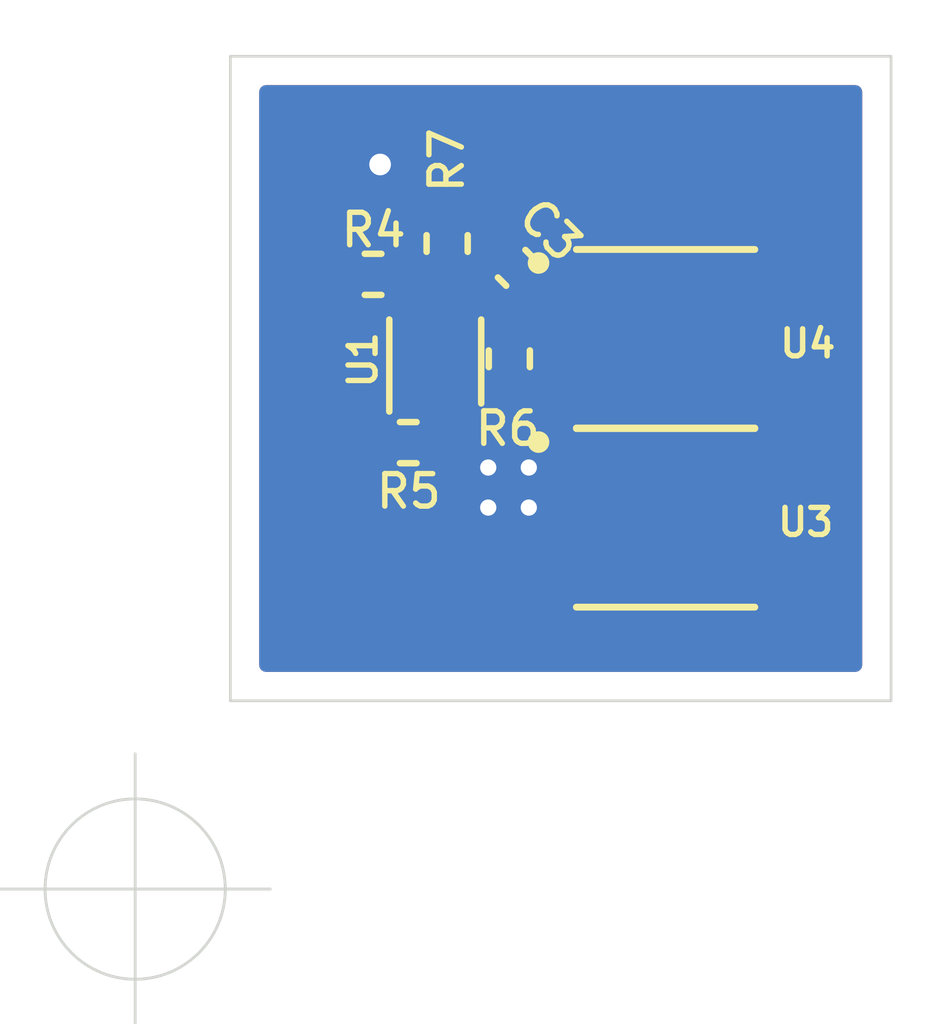
<source format=kicad_pcb>
(kicad_pcb (version 20171130) (host pcbnew "(5.1.8)-1")

  (general
    (thickness 1.6)
    (drawings 6)
    (tracks 43)
    (zones 0)
    (modules 8)
    (nets 8)
  )

  (page A4)
  (layers
    (0 F.Cu signal)
    (31 B.Cu signal)
    (32 B.Adhes user)
    (33 F.Adhes user)
    (34 B.Paste user)
    (35 F.Paste user)
    (36 B.SilkS user)
    (37 F.SilkS user)
    (38 B.Mask user)
    (39 F.Mask user)
    (40 Dwgs.User user hide)
    (41 Cmts.User user hide)
    (42 Eco1.User user hide)
    (43 Eco2.User user hide)
    (44 Edge.Cuts user)
    (45 Margin user hide)
    (46 B.CrtYd user hide)
    (47 F.CrtYd user hide)
    (48 B.Fab user hide)
    (49 F.Fab user hide)
  )

  (setup
    (last_trace_width 0.25)
    (user_trace_width 0.5)
    (user_trace_width 0.7)
    (trace_clearance 0.1)
    (zone_clearance 0.508)
    (zone_45_only no)
    (trace_min 0.2)
    (via_size 0.8)
    (via_drill 0.4)
    (via_min_size 0.4)
    (via_min_drill 0.3)
    (uvia_size 0.3)
    (uvia_drill 0.1)
    (uvias_allowed no)
    (uvia_min_size 0.2)
    (uvia_min_drill 0.1)
    (edge_width 0.05)
    (segment_width 0.2)
    (pcb_text_width 0.3)
    (pcb_text_size 1.5 1.5)
    (mod_edge_width 0.12)
    (mod_text_size 1 1)
    (mod_text_width 0.15)
    (pad_size 1.524 1.524)
    (pad_drill 0.762)
    (pad_to_mask_clearance 0)
    (aux_axis_origin 118.22 87.41)
    (grid_origin 118.22 87.41)
    (visible_elements 7FFFFFFF)
    (pcbplotparams
      (layerselection 0x010fc_ffffffff)
      (usegerberextensions false)
      (usegerberattributes true)
      (usegerberadvancedattributes true)
      (creategerberjobfile true)
      (excludeedgelayer true)
      (linewidth 0.100000)
      (plotframeref false)
      (viasonmask false)
      (mode 1)
      (useauxorigin false)
      (hpglpennumber 1)
      (hpglpenspeed 20)
      (hpglpendiameter 15.000000)
      (psnegative false)
      (psa4output false)
      (plotreference true)
      (plotvalue true)
      (plotinvisibletext false)
      (padsonsilk false)
      (subtractmaskfromsilk false)
      (outputformat 1)
      (mirror false)
      (drillshape 0)
      (scaleselection 1)
      (outputdirectory "Output/"))
  )

  (net 0 "")
  (net 1 BAT-)
  (net 2 "Net-(C3-Pad1)")
  (net 3 "Net-(R4-Pad1)")
  (net 4 "Net-(R5-Pad1)")
  (net 5 "Net-(R6-Pad1)")
  (net 6 "Net-(U3-Pad5)")
  (net 7 VDD)

  (net_class Default "This is the default net class."
    (clearance 0.1)
    (trace_width 0.25)
    (via_dia 0.8)
    (via_drill 0.4)
    (uvia_dia 0.3)
    (uvia_drill 0.1)
    (add_net BAT-)
    (add_net "Net-(C3-Pad1)")
    (add_net "Net-(R4-Pad1)")
    (add_net "Net-(R5-Pad1)")
    (add_net "Net-(R6-Pad1)")
    (add_net "Net-(U3-Pad5)")
    (add_net VDD)
  )

  (module CSD16406Q3:CSD16406Q3 (layer F.Cu) (tedit 60995285) (tstamp 6092A981)
    (at 128.29 74.07)
    (path /60929C60)
    (fp_text reference U4 (at 2.37 3.26) (layer F.SilkS)
      (effects (font (size 0.5 0.5) (thickness 0.1)))
    )
    (fp_text value CSD16406Q3 (at 0 -0.5) (layer F.Fab)
      (effects (font (size 1 1) (thickness 0.15)))
    )
    (fp_line (start 1.39 1.52) (end 1.39 4.82) (layer F.Fab) (width 0.127))
    (fp_circle (center -2.61 1.77) (end -2.51 1.77) (layer F.SilkS) (width 0.2))
    (fp_line (start 1.74 5.07) (end -2.26 5.07) (layer F.CrtYd) (width 0.05))
    (fp_poly (pts (xy -0.72 3.295) (xy 0.725 3.295) (xy 0.725 4.315) (xy -0.72 4.315)) (layer F.Paste) (width 0.01))
    (fp_poly (pts (xy -1.92 3.325) (xy -1.47 3.325) (xy -1.47 3.665) (xy -1.92 3.665)) (layer F.Paste) (width 0.01))
    (fp_line (start -1.91 1.52) (end 1.39 1.52) (layer F.SilkS) (width 0.127))
    (fp_poly (pts (xy 0.95 2.025) (xy 1.4 2.025) (xy 1.4 2.365) (xy 0.95 2.365)) (layer F.Paste) (width 0.01))
    (fp_line (start 1.39 4.82) (end -1.91 4.82) (layer F.Fab) (width 0.127))
    (fp_line (start -2.26 5.07) (end -2.26 1.27) (layer F.CrtYd) (width 0.05))
    (fp_poly (pts (xy -1.92 2.025) (xy -1.47 2.025) (xy -1.47 2.365) (xy -1.92 2.365)) (layer F.Paste) (width 0.01))
    (fp_line (start -1.91 4.82) (end -1.91 1.52) (layer F.Fab) (width 0.127))
    (fp_line (start -2.26 1.27) (end 1.74 1.27) (layer F.CrtYd) (width 0.05))
    (fp_poly (pts (xy -1.92 3.975) (xy -1.47 3.975) (xy -1.47 4.315) (xy -1.92 4.315)) (layer F.Paste) (width 0.01))
    (fp_circle (center -2.61 1.77) (end -2.51 1.77) (layer F.Fab) (width 0.2))
    (fp_poly (pts (xy -0.92 1.845) (xy 1.59 1.845) (xy 1.59 4.495) (xy -0.92 4.495)) (layer F.Mask) (width 0.01))
    (fp_poly (pts (xy -1.92 2.675) (xy -1.47 2.675) (xy -1.47 3.015) (xy -1.92 3.015)) (layer F.Paste) (width 0.01))
    (fp_poly (pts (xy 1.49 1.945) (xy 1.49 2.445) (xy 1.08 2.445) (xy 1.08 2.595)
      (xy 1.49 2.595) (xy 1.49 3.095) (xy 1.08 3.095) (xy 1.08 3.245)
      (xy 1.49 3.245) (xy 1.49 3.745) (xy 1.08 3.745) (xy 1.08 3.895)
      (xy 1.49 3.895) (xy 1.49 4.395) (xy -0.82 4.395) (xy -0.82 1.945)) (layer F.Cu) (width 0.01))
    (fp_line (start -1.91 4.82) (end 1.39 4.82) (layer F.SilkS) (width 0.127))
    (fp_poly (pts (xy -0.72 2.025) (xy 0.725 2.025) (xy 0.725 3.045) (xy -0.72 3.045)) (layer F.Paste) (width 0.01))
    (fp_poly (pts (xy 0.95 3.975) (xy 1.4 3.975) (xy 1.4 4.315) (xy 0.95 4.315)) (layer F.Paste) (width 0.01))
    (fp_line (start -1.91 1.52) (end 1.39 1.52) (layer F.Fab) (width 0.127))
    (fp_poly (pts (xy 0.95 2.675) (xy 1.4 2.675) (xy 1.4 3.015) (xy 0.95 3.015)) (layer F.Paste) (width 0.01))
    (fp_line (start 1.74 1.27) (end 1.74 5.07) (layer F.CrtYd) (width 0.05))
    (fp_poly (pts (xy 0.95 3.325) (xy 1.4 3.325) (xy 1.4 3.665) (xy 0.95 3.665)) (layer F.Paste) (width 0.01))
    (pad 4 smd rect (at -1.695 4.145) (size 0.63 0.5) (layers F.Cu F.Mask)
      (net 5 "Net-(R6-Pad1)"))
    (pad 2 smd rect (at -1.695 2.845) (size 0.63 0.5) (layers F.Cu F.Mask)
      (net 1 BAT-))
    (pad 3 smd rect (at -1.695 3.495) (size 0.63 0.5) (layers F.Cu F.Mask)
      (net 1 BAT-))
    (pad 8 smd rect (at 1.175 2.195) (size 0.63 0.5) (layers F.Cu)
      (net 6 "Net-(U3-Pad5)"))
    (pad 7 smd rect (at 1.175 2.845) (size 0.63 0.5) (layers F.Cu)
      (net 6 "Net-(U3-Pad5)"))
    (pad 5 smd rect (at 1.175 4.145) (size 0.63 0.5) (layers F.Cu)
      (net 6 "Net-(U3-Pad5)"))
    (pad 1 smd rect (at -1.695 2.195) (size 0.63 0.5) (layers F.Cu F.Mask)
      (net 1 BAT-))
    (pad 6 smd rect (at 1.175 3.495) (size 0.63 0.5) (layers F.Cu)
      (net 6 "Net-(U3-Pad5)"))
  )

  (module CSD16406Q3:CSD16406Q3 (layer F.Cu) (tedit 60995285) (tstamp 6092A95D)
    (at 128.29 77.38)
    (path /60927B72)
    (fp_text reference U3 (at 2.33 3.25) (layer F.SilkS)
      (effects (font (size 0.5 0.5) (thickness 0.1)))
    )
    (fp_text value CSD16406Q3 (at 0 -0.5) (layer F.Fab)
      (effects (font (size 1 1) (thickness 0.15)))
    )
    (fp_line (start 1.39 1.52) (end 1.39 4.82) (layer F.Fab) (width 0.127))
    (fp_circle (center -2.61 1.77) (end -2.51 1.77) (layer F.SilkS) (width 0.2))
    (fp_line (start 1.74 5.07) (end -2.26 5.07) (layer F.CrtYd) (width 0.05))
    (fp_poly (pts (xy -0.72 3.295) (xy 0.725 3.295) (xy 0.725 4.315) (xy -0.72 4.315)) (layer F.Paste) (width 0.01))
    (fp_poly (pts (xy -1.92 3.325) (xy -1.47 3.325) (xy -1.47 3.665) (xy -1.92 3.665)) (layer F.Paste) (width 0.01))
    (fp_line (start -1.91 1.52) (end 1.39 1.52) (layer F.SilkS) (width 0.127))
    (fp_poly (pts (xy 0.95 2.025) (xy 1.4 2.025) (xy 1.4 2.365) (xy 0.95 2.365)) (layer F.Paste) (width 0.01))
    (fp_line (start 1.39 4.82) (end -1.91 4.82) (layer F.Fab) (width 0.127))
    (fp_line (start -2.26 5.07) (end -2.26 1.27) (layer F.CrtYd) (width 0.05))
    (fp_poly (pts (xy -1.92 2.025) (xy -1.47 2.025) (xy -1.47 2.365) (xy -1.92 2.365)) (layer F.Paste) (width 0.01))
    (fp_line (start -1.91 4.82) (end -1.91 1.52) (layer F.Fab) (width 0.127))
    (fp_line (start -2.26 1.27) (end 1.74 1.27) (layer F.CrtYd) (width 0.05))
    (fp_poly (pts (xy -1.92 3.975) (xy -1.47 3.975) (xy -1.47 4.315) (xy -1.92 4.315)) (layer F.Paste) (width 0.01))
    (fp_circle (center -2.61 1.77) (end -2.51 1.77) (layer F.Fab) (width 0.2))
    (fp_poly (pts (xy -0.92 1.845) (xy 1.59 1.845) (xy 1.59 4.495) (xy -0.92 4.495)) (layer F.Mask) (width 0.01))
    (fp_poly (pts (xy -1.92 2.675) (xy -1.47 2.675) (xy -1.47 3.015) (xy -1.92 3.015)) (layer F.Paste) (width 0.01))
    (fp_poly (pts (xy 1.49 1.945) (xy 1.49 2.445) (xy 1.08 2.445) (xy 1.08 2.595)
      (xy 1.49 2.595) (xy 1.49 3.095) (xy 1.08 3.095) (xy 1.08 3.245)
      (xy 1.49 3.245) (xy 1.49 3.745) (xy 1.08 3.745) (xy 1.08 3.895)
      (xy 1.49 3.895) (xy 1.49 4.395) (xy -0.82 4.395) (xy -0.82 1.945)) (layer F.Cu) (width 0.01))
    (fp_line (start -1.91 4.82) (end 1.39 4.82) (layer F.SilkS) (width 0.127))
    (fp_poly (pts (xy -0.72 2.025) (xy 0.725 2.025) (xy 0.725 3.045) (xy -0.72 3.045)) (layer F.Paste) (width 0.01))
    (fp_poly (pts (xy 0.95 3.975) (xy 1.4 3.975) (xy 1.4 4.315) (xy 0.95 4.315)) (layer F.Paste) (width 0.01))
    (fp_line (start -1.91 1.52) (end 1.39 1.52) (layer F.Fab) (width 0.127))
    (fp_poly (pts (xy 0.95 2.675) (xy 1.4 2.675) (xy 1.4 3.015) (xy 0.95 3.015)) (layer F.Paste) (width 0.01))
    (fp_line (start 1.74 1.27) (end 1.74 5.07) (layer F.CrtYd) (width 0.05))
    (fp_poly (pts (xy 0.95 3.325) (xy 1.4 3.325) (xy 1.4 3.665) (xy 0.95 3.665)) (layer F.Paste) (width 0.01))
    (pad 4 smd rect (at -1.695 4.145) (size 0.63 0.5) (layers F.Cu F.Mask)
      (net 4 "Net-(R5-Pad1)"))
    (pad 2 smd rect (at -1.695 2.845) (size 0.63 0.5) (layers F.Cu F.Mask)
      (net 7 VDD))
    (pad 3 smd rect (at -1.695 3.495) (size 0.63 0.5) (layers F.Cu F.Mask)
      (net 7 VDD))
    (pad 8 smd rect (at 1.175 2.195) (size 0.63 0.5) (layers F.Cu)
      (net 6 "Net-(U3-Pad5)"))
    (pad 7 smd rect (at 1.175 2.845) (size 0.63 0.5) (layers F.Cu)
      (net 6 "Net-(U3-Pad5)"))
    (pad 5 smd rect (at 1.175 4.145) (size 0.63 0.5) (layers F.Cu)
      (net 6 "Net-(U3-Pad5)"))
    (pad 1 smd rect (at -1.695 2.195) (size 0.63 0.5) (layers F.Cu F.Mask)
      (net 7 VDD))
    (pad 6 smd rect (at 1.175 3.495) (size 0.63 0.5) (layers F.Cu)
      (net 6 "Net-(U3-Pad5)"))
  )

  (module Package_SON:WSON-6_1.5x1.5mm_P0.5mm (layer F.Cu) (tedit 5A02F1D8) (tstamp 6099AD3E)
    (at 123.77 77.64 90)
    (descr "WSON6, http://www.ti.com/lit/ds/symlink/tlv702.pdf")
    (tags WSON6_1.5x1.5mm_P0.5mm)
    (path /6099657D)
    (attr smd)
    (fp_text reference U1 (at 0.01 -1.34 90) (layer F.SilkS)
      (effects (font (size 0.5 0.5) (thickness 0.1)))
    )
    (fp_text value BQ2970 (at 0 2 90) (layer F.Fab)
      (effects (font (size 1 1) (thickness 0.15)))
    )
    (fp_line (start -0.945 -0.85) (end 0.755 -0.85) (layer F.SilkS) (width 0.12))
    (fp_line (start -0.795 0.85) (end 0.755 0.85) (layer F.SilkS) (width 0.12))
    (fp_line (start -0.495 -0.78) (end -0.775 -0.5) (layer F.Fab) (width 0.1))
    (fp_line (start 0.785 -0.78) (end -0.495 -0.78) (layer F.Fab) (width 0.1))
    (fp_line (start -0.775 -0.5) (end -0.775 0.78) (layer F.Fab) (width 0.1))
    (fp_line (start -0.775 0.78) (end 0.785 0.78) (layer F.Fab) (width 0.1))
    (fp_line (start 0.785 -0.78) (end 0.785 0.78) (layer F.Fab) (width 0.1))
    (fp_line (start 1.2 -1.02) (end 1.2 1.02) (layer F.CrtYd) (width 0.05))
    (fp_line (start 1.2 -1.02) (end -1.2 -1.02) (layer F.CrtYd) (width 0.05))
    (fp_line (start -1.2 1.02) (end 1.2 1.02) (layer F.CrtYd) (width 0.05))
    (fp_line (start -1.2 1.02) (end -1.2 -1.02) (layer F.CrtYd) (width 0.05))
    (fp_text user %R (at 0.005 0 90) (layer F.Fab)
      (effects (font (size 0.4 0.4) (thickness 0.05)))
    )
    (pad 6 smd rect (at 0.575 -0.5) (size 0.28 0.75) (layers F.Cu F.Paste F.Mask)
      (net 3 "Net-(R4-Pad1)"))
    (pad 5 smd rect (at 0.575 0) (size 0.28 0.75) (layers F.Cu F.Paste F.Mask)
      (net 2 "Net-(C3-Pad1)"))
    (pad 4 smd rect (at 0.575 0.5) (size 0.28 0.75) (layers F.Cu F.Paste F.Mask)
      (net 1 BAT-))
    (pad 3 smd rect (at -0.575 0.5) (size 0.28 0.75) (layers F.Cu F.Paste F.Mask)
      (net 5 "Net-(R6-Pad1)"))
    (pad 2 smd rect (at -0.575 0) (size 0.28 0.75) (layers F.Cu F.Paste F.Mask)
      (net 4 "Net-(R5-Pad1)"))
    (pad 1 smd rect (at -0.525 -0.5) (size 0.28 0.85) (layers F.Cu F.Paste F.Mask))
    (model ${KISYS3DMOD}/Package_SON.3dshapes/WSON-6_1.5x1.5mm_P0.5mm.wrl
      (at (xyz 0 0 0))
      (scale (xyz 1 1 1))
      (rotate (xyz 0 0 0))
    )
  )

  (module Resistor_SMD:R_0402_1005Metric (layer F.Cu) (tedit 5F68FEEE) (tstamp 6092A90D)
    (at 123.99 75.479999 270)
    (descr "Resistor SMD 0402 (1005 Metric), square (rectangular) end terminal, IPC_7351 nominal, (Body size source: IPC-SM-782 page 72, https://www.pcb-3d.com/wordpress/wp-content/uploads/ipc-sm-782a_amendment_1_and_2.pdf), generated with kicad-footprint-generator")
    (tags resistor)
    (path /60997573)
    (attr smd)
    (fp_text reference R7 (at -1.539999 0.01 90) (layer F.SilkS)
      (effects (font (size 0.6 0.6) (thickness 0.1)))
    )
    (fp_text value 330R (at 0 1.17 90) (layer F.Fab)
      (effects (font (size 1 1) (thickness 0.15)))
    )
    (fp_line (start 0.93 0.47) (end -0.93 0.47) (layer F.CrtYd) (width 0.05))
    (fp_line (start 0.93 -0.47) (end 0.93 0.47) (layer F.CrtYd) (width 0.05))
    (fp_line (start -0.93 -0.47) (end 0.93 -0.47) (layer F.CrtYd) (width 0.05))
    (fp_line (start -0.93 0.47) (end -0.93 -0.47) (layer F.CrtYd) (width 0.05))
    (fp_line (start -0.153641 0.38) (end 0.153641 0.38) (layer F.SilkS) (width 0.12))
    (fp_line (start -0.153641 -0.38) (end 0.153641 -0.38) (layer F.SilkS) (width 0.12))
    (fp_line (start 0.525 0.27) (end -0.525 0.27) (layer F.Fab) (width 0.1))
    (fp_line (start 0.525 -0.27) (end 0.525 0.27) (layer F.Fab) (width 0.1))
    (fp_line (start -0.525 -0.27) (end 0.525 -0.27) (layer F.Fab) (width 0.1))
    (fp_line (start -0.525 0.27) (end -0.525 -0.27) (layer F.Fab) (width 0.1))
    (fp_text user %R (at 0 0 90) (layer F.Fab)
      (effects (font (size 0.26 0.26) (thickness 0.04)))
    )
    (pad 2 smd roundrect (at 0.51 0 270) (size 0.54 0.64) (layers F.Cu F.Paste F.Mask) (roundrect_rratio 0.25)
      (net 2 "Net-(C3-Pad1)"))
    (pad 1 smd roundrect (at -0.51 0 270) (size 0.54 0.64) (layers F.Cu F.Paste F.Mask) (roundrect_rratio 0.25))
    (model ${KISYS3DMOD}/Resistor_SMD.3dshapes/R_0402_1005Metric.wrl
      (at (xyz 0 0 0))
      (scale (xyz 1 1 1))
      (rotate (xyz 0 0 0))
    )
  )

  (module Resistor_SMD:R_0402_1005Metric (layer F.Cu) (tedit 5F68FEEE) (tstamp 6092A8FC)
    (at 125.14 77.61 90)
    (descr "Resistor SMD 0402 (1005 Metric), square (rectangular) end terminal, IPC_7351 nominal, (Body size source: IPC-SM-782 page 72, https://www.pcb-3d.com/wordpress/wp-content/uploads/ipc-sm-782a_amendment_1_and_2.pdf), generated with kicad-footprint-generator")
    (tags resistor)
    (path /60972CEE)
    (attr smd)
    (fp_text reference R6 (at -1.29 -0.03) (layer F.SilkS)
      (effects (font (size 0.6 0.6) (thickness 0.1)))
    )
    (fp_text value 5.1M (at 0 1.17 90) (layer F.Fab)
      (effects (font (size 1 1) (thickness 0.15)))
    )
    (fp_line (start 0.93 0.47) (end -0.93 0.47) (layer F.CrtYd) (width 0.05))
    (fp_line (start 0.93 -0.47) (end 0.93 0.47) (layer F.CrtYd) (width 0.05))
    (fp_line (start -0.93 -0.47) (end 0.93 -0.47) (layer F.CrtYd) (width 0.05))
    (fp_line (start -0.93 0.47) (end -0.93 -0.47) (layer F.CrtYd) (width 0.05))
    (fp_line (start -0.153641 0.38) (end 0.153641 0.38) (layer F.SilkS) (width 0.12))
    (fp_line (start -0.153641 -0.38) (end 0.153641 -0.38) (layer F.SilkS) (width 0.12))
    (fp_line (start 0.525 0.27) (end -0.525 0.27) (layer F.Fab) (width 0.1))
    (fp_line (start 0.525 -0.27) (end 0.525 0.27) (layer F.Fab) (width 0.1))
    (fp_line (start -0.525 -0.27) (end 0.525 -0.27) (layer F.Fab) (width 0.1))
    (fp_line (start -0.525 0.27) (end -0.525 -0.27) (layer F.Fab) (width 0.1))
    (fp_text user %R (at 0 0 90) (layer F.Fab)
      (effects (font (size 0.26 0.26) (thickness 0.04)))
    )
    (pad 2 smd roundrect (at 0.51 0 90) (size 0.54 0.64) (layers F.Cu F.Paste F.Mask) (roundrect_rratio 0.25)
      (net 1 BAT-))
    (pad 1 smd roundrect (at -0.51 0 90) (size 0.54 0.64) (layers F.Cu F.Paste F.Mask) (roundrect_rratio 0.25)
      (net 5 "Net-(R6-Pad1)"))
    (model ${KISYS3DMOD}/Resistor_SMD.3dshapes/R_0402_1005Metric.wrl
      (at (xyz 0 0 0))
      (scale (xyz 1 1 1))
      (rotate (xyz 0 0 0))
    )
  )

  (module Resistor_SMD:R_0402_1005Metric (layer F.Cu) (tedit 5F68FEEE) (tstamp 6092A8EB)
    (at 123.27 79.16 180)
    (descr "Resistor SMD 0402 (1005 Metric), square (rectangular) end terminal, IPC_7351 nominal, (Body size source: IPC-SM-782 page 72, https://www.pcb-3d.com/wordpress/wp-content/uploads/ipc-sm-782a_amendment_1_and_2.pdf), generated with kicad-footprint-generator")
    (tags resistor)
    (path /60955E65)
    (attr smd)
    (fp_text reference R5 (at -0.01 -0.9) (layer F.SilkS)
      (effects (font (size 0.6 0.6) (thickness 0.1)))
    )
    (fp_text value 5.1M (at 0 1.17) (layer F.Fab)
      (effects (font (size 1 1) (thickness 0.15)))
    )
    (fp_line (start 0.93 0.47) (end -0.93 0.47) (layer F.CrtYd) (width 0.05))
    (fp_line (start 0.93 -0.47) (end 0.93 0.47) (layer F.CrtYd) (width 0.05))
    (fp_line (start -0.93 -0.47) (end 0.93 -0.47) (layer F.CrtYd) (width 0.05))
    (fp_line (start -0.93 0.47) (end -0.93 -0.47) (layer F.CrtYd) (width 0.05))
    (fp_line (start -0.153641 0.38) (end 0.153641 0.38) (layer F.SilkS) (width 0.12))
    (fp_line (start -0.153641 -0.38) (end 0.153641 -0.38) (layer F.SilkS) (width 0.12))
    (fp_line (start 0.525 0.27) (end -0.525 0.27) (layer F.Fab) (width 0.1))
    (fp_line (start 0.525 -0.27) (end 0.525 0.27) (layer F.Fab) (width 0.1))
    (fp_line (start -0.525 -0.27) (end 0.525 -0.27) (layer F.Fab) (width 0.1))
    (fp_line (start -0.525 0.27) (end -0.525 -0.27) (layer F.Fab) (width 0.1))
    (fp_text user %R (at 0 0) (layer F.Fab)
      (effects (font (size 0.26 0.26) (thickness 0.04)))
    )
    (pad 2 smd roundrect (at 0.51 0 180) (size 0.54 0.64) (layers F.Cu F.Paste F.Mask) (roundrect_rratio 0.25)
      (net 7 VDD))
    (pad 1 smd roundrect (at -0.51 0 180) (size 0.54 0.64) (layers F.Cu F.Paste F.Mask) (roundrect_rratio 0.25)
      (net 4 "Net-(R5-Pad1)"))
    (model ${KISYS3DMOD}/Resistor_SMD.3dshapes/R_0402_1005Metric.wrl
      (at (xyz 0 0 0))
      (scale (xyz 1 1 1))
      (rotate (xyz 0 0 0))
    )
  )

  (module Resistor_SMD:R_0402_1005Metric (layer F.Cu) (tedit 5F68FEEE) (tstamp 6092A8DA)
    (at 122.62 76.05 180)
    (descr "Resistor SMD 0402 (1005 Metric), square (rectangular) end terminal, IPC_7351 nominal, (Body size source: IPC-SM-782 page 72, https://www.pcb-3d.com/wordpress/wp-content/uploads/ipc-sm-782a_amendment_1_and_2.pdf), generated with kicad-footprint-generator")
    (tags resistor)
    (path /609790B1)
    (attr smd)
    (fp_text reference R4 (at -0.01 0.82) (layer F.SilkS)
      (effects (font (size 0.6 0.6) (thickness 0.1)))
    )
    (fp_text value 2.2k (at 0 1.17) (layer F.Fab)
      (effects (font (size 1 1) (thickness 0.15)))
    )
    (fp_line (start 0.93 0.47) (end -0.93 0.47) (layer F.CrtYd) (width 0.05))
    (fp_line (start 0.93 -0.47) (end 0.93 0.47) (layer F.CrtYd) (width 0.05))
    (fp_line (start -0.93 -0.47) (end 0.93 -0.47) (layer F.CrtYd) (width 0.05))
    (fp_line (start -0.93 0.47) (end -0.93 -0.47) (layer F.CrtYd) (width 0.05))
    (fp_line (start -0.153641 0.38) (end 0.153641 0.38) (layer F.SilkS) (width 0.12))
    (fp_line (start -0.153641 -0.38) (end 0.153641 -0.38) (layer F.SilkS) (width 0.12))
    (fp_line (start 0.525 0.27) (end -0.525 0.27) (layer F.Fab) (width 0.1))
    (fp_line (start 0.525 -0.27) (end 0.525 0.27) (layer F.Fab) (width 0.1))
    (fp_line (start -0.525 -0.27) (end 0.525 -0.27) (layer F.Fab) (width 0.1))
    (fp_line (start -0.525 0.27) (end -0.525 -0.27) (layer F.Fab) (width 0.1))
    (fp_text user %R (at 0 0) (layer F.Fab)
      (effects (font (size 0.26 0.26) (thickness 0.04)))
    )
    (pad 2 smd roundrect (at 0.51 0 180) (size 0.54 0.64) (layers F.Cu F.Paste F.Mask) (roundrect_rratio 0.25)
      (net 7 VDD))
    (pad 1 smd roundrect (at -0.51 0 180) (size 0.54 0.64) (layers F.Cu F.Paste F.Mask) (roundrect_rratio 0.25)
      (net 3 "Net-(R4-Pad1)"))
    (model ${KISYS3DMOD}/Resistor_SMD.3dshapes/R_0402_1005Metric.wrl
      (at (xyz 0 0 0))
      (scale (xyz 1 1 1))
      (rotate (xyz 0 0 0))
    )
  )

  (module Capacitor_SMD:C_0402_1005Metric (layer F.Cu) (tedit 5F68FEEE) (tstamp 6092A899)
    (at 125.26 75.93 315)
    (descr "Capacitor SMD 0402 (1005 Metric), square (rectangular) end terminal, IPC_7351 nominal, (Body size source: IPC-SM-782 page 76, https://www.pcb-3d.com/wordpress/wp-content/uploads/ipc-sm-782a_amendment_1_and_2.pdf), generated with kicad-footprint-generator")
    (tags capacitor)
    (path /6099756D)
    (attr smd)
    (fp_text reference C3 (at -0.042426 -0.947523 135) (layer F.SilkS)
      (effects (font (size 0.6 0.6) (thickness 0.1)))
    )
    (fp_text value 0.1uF (at 0 1.16 135) (layer F.Fab)
      (effects (font (size 1 1) (thickness 0.15)))
    )
    (fp_line (start 0.91 0.46) (end -0.91 0.46) (layer F.CrtYd) (width 0.05))
    (fp_line (start 0.91 -0.46) (end 0.91 0.46) (layer F.CrtYd) (width 0.05))
    (fp_line (start -0.91 -0.46) (end 0.91 -0.46) (layer F.CrtYd) (width 0.05))
    (fp_line (start -0.91 0.46) (end -0.91 -0.46) (layer F.CrtYd) (width 0.05))
    (fp_line (start -0.107836 0.36) (end 0.107836 0.36) (layer F.SilkS) (width 0.12))
    (fp_line (start -0.107836 -0.36) (end 0.107836 -0.36) (layer F.SilkS) (width 0.12))
    (fp_line (start 0.5 0.25) (end -0.5 0.25) (layer F.Fab) (width 0.1))
    (fp_line (start 0.5 -0.25) (end 0.5 0.25) (layer F.Fab) (width 0.1))
    (fp_line (start -0.5 -0.25) (end 0.5 -0.25) (layer F.Fab) (width 0.1))
    (fp_line (start -0.5 0.25) (end -0.5 -0.25) (layer F.Fab) (width 0.1))
    (fp_text user %R (at 0 0 135) (layer F.Fab)
      (effects (font (size 0.25 0.25) (thickness 0.04)))
    )
    (pad 2 smd roundrect (at 0.48 0 315) (size 0.56 0.62) (layers F.Cu F.Paste F.Mask) (roundrect_rratio 0.25)
      (net 1 BAT-))
    (pad 1 smd roundrect (at -0.48 0 315) (size 0.56 0.62) (layers F.Cu F.Paste F.Mask) (roundrect_rratio 0.25)
      (net 2 "Net-(C3-Pad1)"))
    (model ${KISYS3DMOD}/Capacitor_SMD.3dshapes/C_0402_1005Metric.wrl
      (at (xyz 0 0 0))
      (scale (xyz 1 1 1))
      (rotate (xyz 0 0 0))
    )
  )

  (target plus (at 118.22 87.41) (size 5) (width 0.05) (layer Edge.Cuts))
  (gr_line (start 132.2 72.02) (end 119.98 72.02) (layer Edge.Cuts) (width 0.05))
  (gr_line (start 132.2 83.93) (end 132.2 72.02) (layer Edge.Cuts) (width 0.05))
  (gr_line (start 119.98 83.93) (end 132.2 83.93) (layer Edge.Cuts) (width 0.05))
  (gr_line (start 119.98 72.02) (end 119.98 83.93) (layer Edge.Cuts) (width 0.05))
  (target plus (at 118.22 87.41) (size 5) (width 0.05) (layer Edge.Cuts))

  (segment (start 127.73 79.75) (end 127.73 78.14) (width 0.5) (layer F.Cu) (net 0))
  (segment (start 128.2 79.76) (end 128.2 78.15) (width 0.5) (layer F.Cu) (net 0) (tstamp 609323C7))
  (segment (start 128.66 79.76) (end 128.66 78.15) (width 0.5) (layer F.Cu) (net 0) (tstamp 609323C9))
  (segment (start 126.61 77.58) (end 126.61 76.28) (width 0.5) (layer F.Cu) (net 1))
  (segment (start 125.085 77.045) (end 125.14 77.1) (width 0.5) (layer F.Cu) (net 1))
  (segment (start 124.38 77.045) (end 125.195 77.045) (width 0.5) (layer F.Cu) (net 1))
  (segment (start 125.14 76.728822) (end 125.599411 76.269411) (width 0.5) (layer F.Cu) (net 1))
  (segment (start 125.14 77.1) (end 125.14 76.728822) (width 0.5) (layer F.Cu) (net 1))
  (segment (start 126.15 77.1) (end 126.615 77.565) (width 0.5) (layer F.Cu) (net 1))
  (segment (start 125.14 77.1) (end 126.15 77.1) (width 0.5) (layer F.Cu) (net 1))
  (segment (start 125.969411 76.269412) (end 126.614999 76.915) (width 0.5) (layer F.Cu) (net 1))
  (segment (start 125.599411 76.269411) (end 125.969411 76.269412) (width 0.5) (layer F.Cu) (net 1))
  (segment (start 126.03 76.269412) (end 126.4 76.269411) (width 0.5) (layer F.Cu) (net 1) (tstamp 60932AD7))
  (segment (start 125.38 76.72) (end 126.39 76.72) (width 0.5) (layer F.Cu) (net 1) (tstamp 60932B0E))
  (segment (start 124.809999 77.05) (end 125.269411 76.590588) (width 0.5) (layer F.Cu) (net 1) (tstamp 60932B22))
  (segment (start 123.77 76.21) (end 123.99 75.99) (width 0.25) (layer F.Cu) (net 2))
  (segment (start 123.770002 77.045) (end 123.77 76.21) (width 0.25) (layer F.Cu) (net 2))
  (segment (start 124.521178 75.99) (end 124.920589 75.590589) (width 0.5) (layer F.Cu) (net 2))
  (segment (start 123.99 75.99) (end 124.521178 75.99) (width 0.5) (layer F.Cu) (net 2))
  (segment (start 123.27 76.19) (end 123.13 76.05) (width 0.25) (layer F.Cu) (net 3))
  (segment (start 123.27 77.044999) (end 123.27 76.19) (width 0.25) (layer F.Cu) (net 3))
  (segment (start 123.77 78.195) (end 123.77 79.09) (width 0.25) (layer F.Cu) (net 4))
  (segment (start 123.78 81.23) (end 123.78 79.16) (width 0.5) (layer F.Cu) (net 4))
  (segment (start 124.075 81.525) (end 123.78 81.23) (width 0.5) (layer F.Cu) (net 4))
  (segment (start 126.615 81.525) (end 124.075 81.525) (width 0.5) (layer F.Cu) (net 4))
  (segment (start 125.065 78.195) (end 125.14 78.12) (width 0.5) (layer F.Cu) (net 5))
  (segment (start 124.39 78.2) (end 125.185 78.2) (width 0.5) (layer F.Cu) (net 5))
  (segment (start 125.235 78.215) (end 126.615 78.215) (width 0.5) (layer F.Cu) (net 5))
  (segment (start 125.14 78.12) (end 125.235 78.215) (width 0.5) (layer F.Cu) (net 5))
  (segment (start 129.485 78.215) (end 129.484999 76.265) (width 0.5) (layer F.Cu) (net 6))
  (segment (start 129.485 81.525) (end 129.485 79.575) (width 0.5) (layer F.Cu) (net 6))
  (segment (start 129.485 78.215) (end 129.485 79.575) (width 0.5) (layer F.Cu) (net 6))
  (segment (start 129.26001 80.00001) (end 129.485 80.225) (width 0.5) (layer F.Cu) (net 6))
  (segment (start 129.485 78.126458) (end 129.26001 77.901468) (width 0.5) (layer F.Cu) (net 6))
  (segment (start 129.485 78.215) (end 129.485 78.126458) (width 0.5) (layer F.Cu) (net 6))
  (segment (start 129.15 78.215) (end 129.15 79.575) (width 0.5) (layer F.Cu) (net 6) (tstamp 6093564B))
  (segment (start 129.26001 77.901468) (end 129.26001 80.00001) (width 0.5) (layer F.Cu) (net 6))
  (segment (start 126.615 80.875) (end 126.614999 79.575) (width 0.5) (layer F.Cu) (net 7))
  (via (at 122.75 74.02) (size 0.8) (drill 0.4) (layers F.Cu B.Cu) (net 7))
  (via (at 124.75 80.36) (size 0.4) (drill 0.3) (layers F.Cu B.Cu) (net 7))
  (via (at 125.5 80.36) (size 0.4) (drill 0.3) (layers F.Cu B.Cu) (net 7) (tstamp 6093515A))
  (via (at 125.5 79.62) (size 0.4) (drill 0.3) (layers F.Cu B.Cu) (net 7) (tstamp 60935159))
  (via (at 124.75 79.62) (size 0.4) (drill 0.3) (layers F.Cu B.Cu) (net 7))

  (zone (net 7) (net_name VDD) (layer B.Cu) (tstamp 0) (hatch edge 0.508)
    (connect_pads yes (clearance 0.508))
    (min_thickness 0.254)
    (fill yes (arc_segments 32) (thermal_gap 0.508) (thermal_bridge_width 0.508))
    (polygon
      (pts
        (xy 133.09 84.880299) (xy 118.87 84.880299) (xy 118.87 70.980299) (xy 133.09 70.980299)
      )
    )
    (filled_polygon
      (pts
        (xy 131.54 83.27) (xy 120.64 83.27) (xy 120.64 72.68) (xy 131.540001 72.68)
      )
    )
  )
  (zone (net 7) (net_name VDD) (layer F.Cu) (tstamp 6099448A) (hatch edge 0.508)
    (connect_pads yes (clearance 0.508))
    (min_thickness 0.254)
    (fill yes (arc_segments 32) (thermal_gap 0.508) (thermal_bridge_width 0.508))
    (polygon
      (pts
        (xy 133.09 84.88) (xy 118.87 84.88) (xy 118.87 70.98) (xy 133.09 70.98)
      )
    )
    (filled_polygon
      (pts
        (xy 131.54 83.27) (xy 120.64 83.27) (xy 120.64 75.865) (xy 122.221928 75.865) (xy 122.221928 76.235)
        (xy 122.236782 76.385819) (xy 122.280775 76.530842) (xy 122.352214 76.664496) (xy 122.448356 76.781644) (xy 122.491928 76.817403)
        (xy 122.491928 77.44) (xy 122.504188 77.564482) (xy 122.511929 77.59) (xy 122.504188 77.615518) (xy 122.491928 77.74)
        (xy 122.491928 78.59) (xy 122.504188 78.714482) (xy 122.540498 78.83418) (xy 122.599463 78.944494) (xy 122.678815 79.041185)
        (xy 122.775506 79.120537) (xy 122.871928 79.172076) (xy 122.871928 79.345) (xy 122.886782 79.495819) (xy 122.895001 79.522912)
        (xy 122.895 81.186531) (xy 122.890719 81.23) (xy 122.895 81.273469) (xy 122.895 81.273476) (xy 122.904397 81.368885)
        (xy 122.907805 81.40349) (xy 122.911939 81.417117) (xy 122.958411 81.570312) (xy 123.040589 81.724058) (xy 123.151183 81.858817)
        (xy 123.184956 81.886534) (xy 123.418466 82.120044) (xy 123.446183 82.153817) (xy 123.580941 82.264411) (xy 123.734687 82.346589)
        (xy 123.862682 82.385416) (xy 123.901509 82.397195) (xy 123.917685 82.398788) (xy 124.031523 82.41) (xy 124.03153 82.41)
        (xy 124.074999 82.414281) (xy 124.118468 82.41) (xy 126.248808 82.41) (xy 126.28 82.413072) (xy 126.91 82.413072)
        (xy 127.034482 82.400812) (xy 127.15418 82.364502) (xy 127.187633 82.34662) (xy 127.217877 82.363247) (xy 127.22002 82.363927)
        (xy 127.22199 82.364992) (xy 127.279505 82.382796) (xy 127.336937 82.401014) (xy 127.339165 82.401264) (xy 127.34131 82.401928)
        (xy 127.401177 82.40822) (xy 127.461064 82.414938) (xy 127.465379 82.414968) (xy 127.465532 82.414984) (xy 127.465685 82.41497)
        (xy 127.47 82.415) (xy 129.78 82.415) (xy 129.839938 82.409123) (xy 129.899924 82.403664) (xy 129.902079 82.40303)
        (xy 129.90431 82.402811) (xy 129.961891 82.385426) (xy 130.019748 82.368398) (xy 130.02174 82.367357) (xy 130.023885 82.366709)
        (xy 130.077082 82.338424) (xy 130.13044 82.310529) (xy 130.132185 82.309126) (xy 130.134171 82.30807) (xy 130.180854 82.269995)
        (xy 130.227785 82.232263) (xy 130.22923 82.230541) (xy 130.230966 82.229125) (xy 130.269293 82.182796) (xy 130.308073 82.136579)
        (xy 130.309156 82.134609) (xy 130.310584 82.132883) (xy 130.339183 82.079991) (xy 130.368247 82.027123) (xy 130.368927 82.02498)
        (xy 130.369992 82.02301) (xy 130.387796 81.965495) (xy 130.406014 81.908063) (xy 130.406264 81.905835) (xy 130.406928 81.90369)
        (xy 130.41322 81.843823) (xy 130.419938 81.783936) (xy 130.419968 81.779621) (xy 130.419984 81.779468) (xy 130.41997 81.779315)
        (xy 130.42 81.775) (xy 130.42 81.275) (xy 130.414123 81.215062) (xy 130.412668 81.199076) (xy 130.41322 81.193823)
        (xy 130.419938 81.133936) (xy 130.419968 81.129621) (xy 130.419984 81.129468) (xy 130.41997 81.129315) (xy 130.42 81.125)
        (xy 130.42 80.625) (xy 130.414123 80.565062) (xy 130.412668 80.549076) (xy 130.41322 80.543823) (xy 130.419938 80.483936)
        (xy 130.419968 80.479621) (xy 130.419984 80.479468) (xy 130.41997 80.479315) (xy 130.42 80.475) (xy 130.42 79.975)
        (xy 130.414123 79.915062) (xy 130.412668 79.899076) (xy 130.41322 79.893823) (xy 130.419938 79.833936) (xy 130.419968 79.829621)
        (xy 130.419984 79.829468) (xy 130.41997 79.829315) (xy 130.42 79.825) (xy 130.42 79.325) (xy 130.414123 79.265062)
        (xy 130.408664 79.205076) (xy 130.40803 79.202921) (xy 130.407811 79.20069) (xy 130.390426 79.143109) (xy 130.373398 79.085252)
        (xy 130.372357 79.08326) (xy 130.371709 79.081115) (xy 130.37 79.077901) (xy 130.37 78.712984) (xy 130.387796 78.655495)
        (xy 130.406014 78.598063) (xy 130.406264 78.595835) (xy 130.406928 78.59369) (xy 130.41322 78.533823) (xy 130.419938 78.473936)
        (xy 130.419968 78.469621) (xy 130.419984 78.469468) (xy 130.41997 78.469315) (xy 130.42 78.465) (xy 130.42 77.965)
        (xy 130.414123 77.905062) (xy 130.412668 77.889076) (xy 130.41322 77.883823) (xy 130.419938 77.823936) (xy 130.419968 77.819621)
        (xy 130.419984 77.819468) (xy 130.41997 77.819315) (xy 130.42 77.815) (xy 130.42 77.315) (xy 130.414123 77.255062)
        (xy 130.412668 77.239076) (xy 130.41322 77.233823) (xy 130.419938 77.173936) (xy 130.419968 77.169621) (xy 130.419984 77.169468)
        (xy 130.41997 77.169315) (xy 130.42 77.165) (xy 130.42 76.665) (xy 130.414123 76.605062) (xy 130.412668 76.589076)
        (xy 130.41322 76.583823) (xy 130.419938 76.523936) (xy 130.419968 76.519621) (xy 130.419984 76.519468) (xy 130.41997 76.519315)
        (xy 130.42 76.515) (xy 130.42 76.015) (xy 130.414123 75.955062) (xy 130.408664 75.895076) (xy 130.40803 75.892921)
        (xy 130.407811 75.89069) (xy 130.390426 75.833109) (xy 130.373398 75.775252) (xy 130.372357 75.77326) (xy 130.371709 75.771115)
        (xy 130.343424 75.717918) (xy 130.315529 75.66456) (xy 130.314126 75.662815) (xy 130.31307 75.660829) (xy 130.274995 75.614146)
        (xy 130.237263 75.567215) (xy 130.235541 75.56577) (xy 130.234125 75.564034) (xy 130.187796 75.525707) (xy 130.141579 75.486927)
        (xy 130.139609 75.485844) (xy 130.137883 75.484416) (xy 130.084991 75.455817) (xy 130.032123 75.426753) (xy 130.02998 75.426073)
        (xy 130.02801 75.425008) (xy 129.970495 75.407204) (xy 129.913063 75.388986) (xy 129.910835 75.388736) (xy 129.90869 75.388072)
        (xy 129.848823 75.38178) (xy 129.788936 75.375062) (xy 129.784621 75.375032) (xy 129.784468 75.375016) (xy 129.784315 75.37503)
        (xy 129.78 75.375) (xy 127.47 75.375) (xy 127.410062 75.380877) (xy 127.350076 75.386336) (xy 127.347921 75.38697)
        (xy 127.34569 75.387189) (xy 127.288109 75.404574) (xy 127.230252 75.421602) (xy 127.22826 75.422643) (xy 127.226115 75.423291)
        (xy 127.187982 75.443566) (xy 127.15418 75.425498) (xy 127.034482 75.389188) (xy 126.91 75.376928) (xy 126.28 75.376928)
        (xy 126.204011 75.384412) (xy 126.017628 75.384413) (xy 125.918379 75.331363) (xy 125.872542 75.317458) (xy 125.858637 75.271621)
        (xy 125.786735 75.137102) (xy 125.689972 75.019196) (xy 125.491982 74.821206) (xy 125.374076 74.724443) (xy 125.239557 74.652541)
        (xy 125.093596 74.608264) (xy 124.941802 74.593314) (xy 124.906702 74.596771) (xy 124.889225 74.539157) (xy 124.817786 74.405503)
        (xy 124.721644 74.288355) (xy 124.604496 74.192213) (xy 124.470842 74.120774) (xy 124.325819 74.076781) (xy 124.175 74.061927)
        (xy 123.805 74.061927) (xy 123.654181 74.076781) (xy 123.509158 74.120774) (xy 123.375504 74.192213) (xy 123.258356 74.288355)
        (xy 123.162214 74.405503) (xy 123.090775 74.539157) (xy 123.046782 74.68418) (xy 123.031928 74.834999) (xy 123.031928 75.091928)
        (xy 122.995 75.091928) (xy 122.844181 75.106782) (xy 122.699158 75.150775) (xy 122.565504 75.222214) (xy 122.448356 75.318356)
        (xy 122.352214 75.435504) (xy 122.280775 75.569158) (xy 122.236782 75.714181) (xy 122.221928 75.865) (xy 120.64 75.865)
        (xy 120.64 72.68) (xy 131.540001 72.68)
      )
    )
    (filled_polygon
      (pts
        (xy 125.06151 79.087195) (xy 125.191523 79.1) (xy 125.191533 79.1) (xy 125.234999 79.104281) (xy 125.278465 79.1)
        (xy 126.248808 79.1) (xy 126.28 79.103072) (xy 126.845 79.103072) (xy 126.845 79.188739) (xy 126.843986 79.191937)
        (xy 126.843736 79.194165) (xy 126.843072 79.19631) (xy 126.83678 79.256177) (xy 126.830062 79.316064) (xy 126.830032 79.320379)
        (xy 126.830016 79.320532) (xy 126.83003 79.320685) (xy 126.83 79.325) (xy 126.83 80.636928) (xy 126.28 80.636928)
        (xy 126.248808 80.64) (xy 124.665 80.64) (xy 124.665 79.52291) (xy 124.673218 79.495819) (xy 124.688072 79.345)
        (xy 124.688072 79.161386) (xy 124.764494 79.120537) (xy 124.807796 79.085) (xy 125.054274 79.085)
      )
    )
  )
)

</source>
